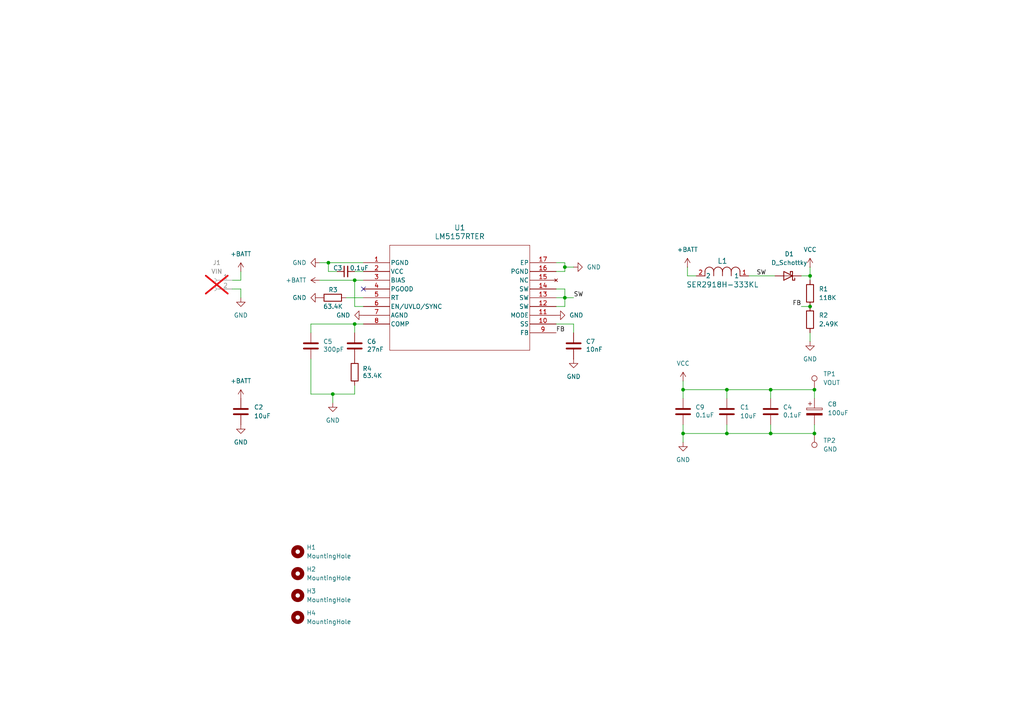
<source format=kicad_sch>
(kicad_sch (version 20231120) (generator "eeschema") (generator_version "8.0")
  (paper "A4")
  (lib_symbols
    (symbol "Connector:Conn_01x02_Socket" (pin_names (offset 1.016) hide)
      (property "Reference" "J" (at 0 2.54 0))
      (property "Value" "Conn_01x02_Socket" (at 0 -5.08 0))
      (symbol "Conn_01x02_Socket_1_1"
        (arc (start 0 -2.032) (mid -0.5058 -2.54) (end 0 -3.048) (stroke (width 0.1524)))
        (polyline (pts (xy -1.27 -2.54) (xy -0.508 -2.54)) (stroke (width 0.1524)))
        (polyline (pts (xy -1.27 0) (xy -0.508 0)) (stroke (width 0.1524)))
        (arc (start 0 0.508) (mid -0.5058 0) (end 0 -0.508) (stroke (width 0.1524)))
        (pin passive line (at -5.08 0 0) (length 3.81) (name "Pin_1") (number "1"))
        (pin passive line (at -5.08 -2.54 0) (length 3.81) (name "Pin_2") (number "2"))
      )
    )
    (symbol "Connector:TestPoint" (pin_numbers hide) (pin_names (offset 0.762) hide)
      (property "Reference" "TP" (at 0 6.858 0))
      (property "Value" "TestPoint" (at 0 5.08 0))
      (symbol "TestPoint_0_1"
        (circle (center 0 3.302) (radius 0.762))
      )
      (symbol "TestPoint_1_1"
        (pin passive line (at 0 0 90) (length 2.54) (name "1") (number "1"))
      )
    )
    (symbol "Device:C" (pin_numbers hide) (pin_names (offset 0.254))
      (property "Reference" "C" (at 0.635 2.54 0))
      (property "Value" "C" (at 0.635 -2.54 0))
      (symbol "C_0_1"
        (polyline (pts (xy -2.032 -0.762) (xy 2.032 -0.762)) (stroke (width 0.508)))
        (polyline (pts (xy -2.032 0.762) (xy 2.032 0.762)) (stroke (width 0.508)))
      )
      (symbol "C_1_1"
        (pin passive line (at 0 3.81 270) (length 2.794) (name "~") (number "1"))
        (pin passive line (at 0 -3.81 90) (length 2.794) (name "~") (number "2"))
      )
    )
    (symbol "Device:C_Polarized" (pin_numbers hide) (pin_names (offset 0.254))
      (property "Reference" "C" (at 0.635 2.54 0))
      (property "Value" "C_Polarized" (at 0.635 -2.54 0))
      (symbol "C_Polarized_0_1"
        (rectangle (start -2.286 0.508) (end 2.286 1.016))
        (polyline (pts (xy -1.778 2.286) (xy -0.762 2.286)))
        (polyline (pts (xy -1.27 2.794) (xy -1.27 1.778)))
        (rectangle (start 2.286 -0.508) (end -2.286 -1.016) (fill (type outline)))
      )
      (symbol "C_Polarized_1_1"
        (pin passive line (at 0 3.81 270) (length 2.794) (name "~") (number "1"))
        (pin passive line (at 0 -3.81 90) (length 2.794) (name "~") (number "2"))
      )
    )
    (symbol "Device:C_Small" (pin_numbers hide) (pin_names (offset 0.254) hide)
      (property "Reference" "C" (at 0.254 1.778 0))
      (property "Value" "C_Small" (at 0.254 -2.032 0))
      (symbol "C_Small_0_1"
        (polyline (pts (xy -1.524 -0.508) (xy 1.524 -0.508)) (stroke (width 0.3302)))
        (polyline (pts (xy -1.524 0.508) (xy 1.524 0.508)) (stroke (width 0.3048)))
      )
      (symbol "C_Small_1_1"
        (pin passive line (at 0 2.54 270) (length 2.032) (name "~") (number "1"))
        (pin passive line (at 0 -2.54 90) (length 2.032) (name "~") (number "2"))
      )
    )
    (symbol "Device:D_Schottky" (pin_numbers hide) (pin_names (offset 1.016) hide)
      (property "Reference" "D" (at 0 2.54 0))
      (property "Value" "D_Schottky" (at 0 -2.54 0))
      (symbol "D_Schottky_0_1"
        (polyline (pts (xy 1.27 0) (xy -1.27 0)))
        (polyline (pts (xy 1.27 1.27) (xy 1.27 -1.27) (xy -1.27 0) (xy 1.27 1.27)) (stroke (width 0.254)))
        (polyline (pts (xy -1.905 0.635) (xy -1.905 1.27) (xy -1.27 1.27) (xy -1.27 -1.27) (xy -0.635 -1.27) (xy -0.635 -0.635)) (stroke (width 0.254)))
      )
      (symbol "D_Schottky_1_1"
        (pin passive line (at -3.81 0 0) (length 2.54) (name "K") (number "1"))
        (pin passive line (at 3.81 0 180) (length 2.54) (name "A") (number "2"))
      )
    )
    (symbol "Device:R" (pin_numbers hide) (pin_names (offset 0))
      (property "Reference" "R" (at 2.032 0 90))
      (property "Value" "R" (at 0 0 90))
      (symbol "R_0_1"
        (rectangle (start -1.016 -2.54) (end 1.016 2.54) (stroke (width 0.254)))
      )
      (symbol "R_1_1"
        (pin passive line (at 0 3.81 270) (length 1.27) (name "~") (number "1"))
        (pin passive line (at 0 -3.81 90) (length 1.27) (name "~") (number "2"))
      )
    )
    (symbol "Mechanical:MountingHole" (pin_names (offset 1.016)) (exclude_from_sim yes) (in_bom no)
      (property "Reference" "H" (at 0 5.08 0))
      (property "Value" "MountingHole" (at 0 3.175 0))
      (symbol "MountingHole_0_1"
        (circle (center 0 0) (radius 1.27) (stroke (width 1.27)))
      )
    )
    (symbol "coilcraft-ser2918h:SER2918H-333KL" (pin_names (offset 0.254))
      (property "Reference" "L" (at 6.985 5.08 0))
      (property "Value" "SER2918H-333KL" (at 6.985 -2.54 0))
      (symbol "SER2918H-333KL_1_1"
        (polyline (pts (xy 2.54 0) (xy 2.54 1.27)) (stroke (width 0.2032)))
        (polyline (pts (xy 5.08 0) (xy 5.08 1.27)) (stroke (width 0.2032)))
        (polyline (pts (xy 7.62 0) (xy 7.62 1.27)) (stroke (width 0.2032)))
        (polyline (pts (xy 10.16 0) (xy 10.16 1.27)) (stroke (width 0.2032)))
        (polyline (pts (xy 12.7 0) (xy 12.7 1.27)) (stroke (width 0.2032)))
        (arc (start 5.08 1.27) (mid 3.81 2.5344) (end 2.54 1.27) (stroke (width 0.2032)))
        (arc (start 7.62 1.27) (mid 6.35 2.5344) (end 5.08 1.27) (stroke (width 0.2032)))
        (arc (start 10.16 1.27) (mid 8.89 2.5344) (end 7.62 1.27) (stroke (width 0.2032)))
        (arc (start 12.7 1.27) (mid 11.43 2.5344) (end 10.16 1.27) (stroke (width 0.2032)))
        (pin unspecified line (at 15.24 0 180) (length 2.54) (name "1") (number "1"))
        (pin unspecified line (at 0 0 0) (length 2.54) (name "2") (number "2"))
      )
      (symbol "SER2918H-333KL_1_2"
        (arc (start -1.27 5.08) (mid -2.5344 3.81) (end -1.27 2.54) (stroke (width 0.2032)))
        (arc (start -1.27 7.62) (mid -2.5344 6.35) (end -1.27 5.08) (stroke (width 0.2032)))
        (arc (start -1.27 10.16) (mid -2.5344 8.89) (end -1.27 7.62) (stroke (width 0.2032)))
        (arc (start -1.27 12.7) (mid -2.5344 11.43) (end -1.27 10.16) (stroke (width 0.2032)))
        (polyline (pts (xy 0 2.54) (xy -1.27 2.54)) (stroke (width 0.2032)))
        (polyline (pts (xy 0 5.08) (xy -1.27 5.08)) (stroke (width 0.2032)))
        (polyline (pts (xy 0 7.62) (xy -1.27 7.62)) (stroke (width 0.2032)))
        (polyline (pts (xy 0 10.16) (xy -1.27 10.16)) (stroke (width 0.2032)))
        (polyline (pts (xy 0 12.7) (xy -1.27 12.7)) (stroke (width 0.2032)))
        (pin unspecified line (at 0 15.24 270) (length 2.54) (name "1") (number "1"))
        (pin unspecified line (at 0 0 90) (length 2.54) (name "2") (number "2"))
      )
    )
    (symbol "lm5157:LM5157RTER" (pin_names (offset 0.254))
      (property "Reference" "U" (at 27.94 10.16 0))
      (property "Value" "LM5157RTER" (at 27.94 7.62 0))
      (symbol "LM5157RTER_0_1"
        (polyline (pts (xy 7.62 -25.4) (xy 48.26 -25.4)) (stroke (width 0.127)))
        (polyline (pts (xy 7.62 5.08) (xy 7.62 -25.4)) (stroke (width 0.127)))
        (polyline (pts (xy 48.26 -25.4) (xy 48.26 5.08)) (stroke (width 0.127)))
        (polyline (pts (xy 48.26 5.08) (xy 7.62 5.08)) (stroke (width 0.127)))
        (pin power_out line (at 0 0 0) (length 7.62) (name "PGND") (number "1"))
        (pin unspecified line (at 55.88 -17.78 180) (length 7.62) (name "SS") (number "10"))
        (pin unspecified line (at 55.88 -15.24 180) (length 7.62) (name "MODE") (number "11"))
        (pin unspecified line (at 55.88 -12.7 180) (length 7.62) (name "SW") (number "12"))
        (pin unspecified line (at 55.88 -10.16 180) (length 7.62) (name "SW") (number "13"))
        (pin unspecified line (at 55.88 -7.62 180) (length 7.62) (name "SW") (number "14"))
        (pin no_connect line (at 55.88 -5.08 180) (length 7.62) (name "NC") (number "15"))
        (pin power_out line (at 55.88 -2.54 180) (length 7.62) (name "PGND") (number "16"))
        (pin unspecified line (at 55.88 0 180) (length 7.62) (name "EP") (number "17"))
        (pin power_in line (at 0 -2.54 0) (length 7.62) (name "VCC") (number "2"))
        (pin unspecified line (at 0 -5.08 0) (length 7.62) (name "BIAS") (number "3"))
        (pin power_in line (at 0 -7.62 0) (length 7.62) (name "PGOOD") (number "4"))
        (pin unspecified line (at 0 -10.16 0) (length 7.62) (name "RT") (number "5"))
        (pin unspecified line (at 0 -12.7 0) (length 7.62) (name "EN/UVLO/SYNC") (number "6"))
        (pin power_out line (at 0 -15.24 0) (length 7.62) (name "AGND") (number "7"))
        (pin unspecified line (at 0 -17.78 0) (length 7.62) (name "COMP") (number "8"))
        (pin unspecified line (at 55.88 -20.32 180) (length 7.62) (name "FB") (number "9"))
      )
    )
    (symbol "power:+BATT" (power) (pin_numbers hide) (pin_names (offset 0) hide)
      (property "Value" "+BATT" (at 0 3.556 0))
      (symbol "+BATT_0_1"
        (polyline (pts (xy -0.762 1.27) (xy 0 2.54)))
        (polyline (pts (xy 0 0) (xy 0 2.54)))
        (polyline (pts (xy 0 2.54) (xy 0.762 1.27)))
      )
      (symbol "+BATT_1_1"
        (pin power_in line (at 0 0 90) (length 0) (name "~") (number "1"))
      )
    )
    (symbol "power:GND" (power) (pin_numbers hide) (pin_names (offset 0) hide)
      (property "Value" "GND" (at 0 -3.81 0))
      (symbol "GND_0_1"
        (polyline (pts (xy 0 0) (xy 0 -1.27) (xy 1.27 -1.27) (xy 0 -2.54) (xy -1.27 -1.27) (xy 0 -1.27)))
      )
      (symbol "GND_1_1"
        (pin power_in line (at 0 0 270) (length 0) (name "~") (number "1"))
      )
    )
    (symbol "power:VCC" (power) (pin_numbers hide) (pin_names (offset 0) hide)
      (property "Value" "VCC" (at 0 3.556 0))
      (symbol "VCC_0_1"
        (polyline (pts (xy -0.762 1.27) (xy 0 2.54)))
        (polyline (pts (xy 0 0) (xy 0 2.54)))
        (polyline (pts (xy 0 2.54) (xy 0.762 1.27)))
      )
      (symbol "VCC_1_1"
        (pin power_in line (at 0 0 90) (length 0) (name "~") (number "1"))
      )
    )
  )
  (junction (at 210.82 125.73))
  (junction (at 102.87 93.98))
  (junction (at 198.12 113.03))
  (junction (at 102.87 81.28))
  (junction (at 198.12 125.73))
  (junction (at 223.52 125.73))
  (junction (at 163.83 86.36))
  (junction (at 96.52 114.3))
  (junction (at 236.22 125.73))
  (junction (at 234.95 80.01))
  (junction (at 223.52 113.03))
  (junction (at 163.83 77.47))
  (junction (at 95.25 76.2))
  (junction (at 234.95 88.9))
  (junction (at 236.22 113.03))
  (junction (at 210.82 113.03))
  (no_connect (at 105.41 83.82))
  (wire (pts (xy 105.41 93.98) (xy 102.87 93.98)))
  (wire (pts (xy 223.52 125.73) (xy 210.82 125.73)))
  (wire (pts (xy 163.83 76.2) (xy 163.83 77.47)))
  (wire (pts (xy 102.87 114.3) (xy 96.52 114.3)))
  (wire (pts (xy 163.83 88.9) (xy 163.83 86.36)))
  (wire (pts (xy 67.31 83.82) (xy 69.85 83.82)))
  (wire (pts (xy 161.29 88.9) (xy 163.83 88.9)))
  (wire (pts (xy 198.12 110.49) (xy 198.12 113.03)))
  (wire (pts (xy 161.29 93.98) (xy 166.37 93.98)))
  (wire (pts (xy 102.87 78.74) (xy 105.41 78.74)))
  (wire (pts (xy 92.71 81.28) (xy 102.87 81.28)))
  (wire (pts (xy 102.87 81.28) (xy 105.41 81.28)))
  (wire (pts (xy 198.12 123.19) (xy 198.12 125.73)))
  (wire (pts (xy 198.12 125.73) (xy 198.12 128.27)))
  (wire (pts (xy 102.87 88.9) (xy 102.87 81.28)))
  (wire (pts (xy 198.12 113.03) (xy 210.82 113.03)))
  (wire (pts (xy 198.12 125.73) (xy 210.82 125.73)))
  (wire (pts (xy 95.25 76.2) (xy 95.25 78.74)))
  (wire (pts (xy 163.83 86.36) (xy 163.83 83.82)))
  (wire (pts (xy 210.82 113.03) (xy 223.52 113.03)))
  (wire (pts (xy 102.87 111.76) (xy 102.87 114.3)))
  (wire (pts (xy 234.95 80.01) (xy 234.95 81.28)))
  (wire (pts (xy 198.12 113.03) (xy 198.12 115.57)))
  (wire (pts (xy 223.52 115.57) (xy 223.52 113.03)))
  (wire (pts (xy 232.41 88.9) (xy 234.95 88.9)))
  (wire (pts (xy 236.22 123.19) (xy 236.22 125.73)))
  (wire (pts (xy 69.85 83.82) (xy 69.85 86.36)))
  (wire (pts (xy 199.39 80.01) (xy 201.93 80.01)))
  (wire (pts (xy 199.39 77.47) (xy 199.39 80.01)))
  (wire (pts (xy 102.87 93.98) (xy 90.17 93.98)))
  (wire (pts (xy 161.29 76.2) (xy 163.83 76.2)))
  (wire (pts (xy 90.17 114.3) (xy 96.52 114.3)))
  (wire (pts (xy 161.29 78.74) (xy 163.83 78.74)))
  (wire (pts (xy 166.37 86.36) (xy 163.83 86.36)))
  (wire (pts (xy 234.95 77.47) (xy 234.95 80.01)))
  (wire (pts (xy 217.17 80.01) (xy 224.79 80.01)))
  (wire (pts (xy 166.37 77.47) (xy 163.83 77.47)))
  (wire (pts (xy 234.95 96.52) (xy 234.95 99.06)))
  (wire (pts (xy 210.82 115.57) (xy 210.82 113.03)))
  (wire (pts (xy 223.52 113.03) (xy 236.22 113.03)))
  (wire (pts (xy 163.83 78.74) (xy 163.83 77.47)))
  (wire (pts (xy 210.82 123.19) (xy 210.82 125.73)))
  (wire (pts (xy 90.17 104.14) (xy 90.17 114.3)))
  (wire (pts (xy 223.52 123.19) (xy 223.52 125.73)))
  (wire (pts (xy 236.22 113.03) (xy 236.22 115.57)))
  (wire (pts (xy 105.41 88.9) (xy 102.87 88.9)))
  (wire (pts (xy 96.52 116.84) (xy 96.52 114.3)))
  (wire (pts (xy 67.31 81.28) (xy 69.85 81.28)))
  (wire (pts (xy 69.85 81.28) (xy 69.85 78.74)))
  (wire (pts (xy 161.29 86.36) (xy 163.83 86.36)))
  (wire (pts (xy 95.25 76.2) (xy 105.41 76.2)))
  (wire (pts (xy 90.17 93.98) (xy 90.17 96.52)))
  (wire (pts (xy 100.33 86.36) (xy 105.41 86.36)))
  (wire (pts (xy 163.83 83.82) (xy 161.29 83.82)))
  (wire (pts (xy 95.25 78.74) (xy 97.79 78.74)))
  (wire (pts (xy 223.52 125.73) (xy 236.22 125.73)))
  (wire (pts (xy 92.71 76.2) (xy 95.25 76.2)))
  (wire (pts (xy 166.37 93.98) (xy 166.37 96.52)))
  (wire (pts (xy 102.87 93.98) (xy 102.87 96.52)))
  (wire (pts (xy 232.41 80.01) (xy 234.95 80.01)))
  (label "FB" (at 161.29 96.52 0))
  (label "SW" (at 222.25 80.01 180))
  (label "FB" (at 232.41 88.9 180))
  (label "SW" (at 166.37 86.36 0))
  (symbol (lib_id "power:GND") (at 92.71 76.2 270) (unit 1)
    (property "Reference" "#PWR07" (effects (hide yes)))
    (property "Value" "GND" (at 88.9 76.1999 90) (effects (justify right)))
    (property "Description" "Power symbol creates a global label with name \"GND\" , ground" (effects (hide yes)))
  )
  (symbol (lib_id "Device:C") (at 223.52 119.38 0) (unit 1)
    (property "Reference" "C4" (at 227.076 118.11 0) (effects (justify left)))
    (property "Value" "0.1uF" (at 227.076 120.396 0) (effects (justify left)))
    (property "Footprint" "Capacitor_SMD:C_0603_1608Metric" (effects (hide yes)))
    (property "Description" "Unpolarized capacitor" (effects (hide yes)))
    (property "Part" "C597287" (effects (hide yes)))
  )
  (symbol (lib_id "power:GND") (at 105.41 91.44 270) (unit 1)
    (property "Reference" "#PWR02" (effects (hide yes)))
    (property "Value" "GND" (at 101.6 91.4399 90) (effects (justify right)))
    (property "Description" "Power symbol creates a global label with name \"GND\" , ground" (effects (hide yes)))
  )
  (symbol (lib_id "Device:R") (at 234.95 85.09 0) (unit 1)
    (property "Reference" "R1" (at 237.49 83.8199 0) (effects (justify left)))
    (property "Value" "118K" (at 237.49 86.3599 0) (effects (justify left)))
    (property "Footprint" "Resistor_SMD:R_0603_1608Metric" (effects (hide yes)))
    (property "Description" "Resistor" (effects (hide yes)))
    (property "Part" "C234251" (effects (hide yes)))
  )
  (symbol (lib_id "power:GND") (at 92.71 86.36 270) (unit 1)
    (property "Reference" "#PWR012" (effects (hide yes)))
    (property "Value" "GND" (at 88.9 86.3599 90) (effects (justify right)))
    (property "Description" "Power symbol creates a global label with name \"GND\" , ground" (effects (hide yes)))
  )
  (symbol (lib_id "Device:C") (at 69.85 119.38 0) (unit 1)
    (property "Reference" "C2" (at 73.66 118.1099 0) (effects (justify left)))
    (property "Value" "10uF" (at 73.66 120.6499 0) (effects (justify left)))
    (property "Footprint" "Capacitor_SMD:C_2220_5750Metric" (effects (hide yes)))
    (property "Description" "Unpolarized capacitor" (effects (hide yes)))
    (property "Part" "C342280" (effects (hide yes)))
  )
  (symbol (lib_id "Connector:TestPoint") (at 236.22 113.03 0) (unit 1)
    (property "Reference" "TP1" (at 238.76 108.4579 0) (effects (justify left)))
    (property "Value" "VOUT" (at 238.76 110.9979 0) (effects (justify left)))
    (property "Footprint" "TestPoint:TestPoint_Loop_D2.50mm_Drill1.0mm_LowProfile" (effects (hide yes)))
    (property "Description" "test point" (effects (hide yes)))
  )
  (symbol (lib_id "power:+BATT") (at 69.85 78.74 0) (unit 1)
    (property "Reference" "#PWR05" (effects (hide yes)))
    (property "Value" "+BATT" (at 69.85 73.66 0))
    (property "Description" "Power symbol creates a global label with name \"+BATT\"" (effects (hide yes)))
  )
  (symbol (lib_id "Device:C") (at 210.82 119.38 0) (unit 1)
    (property "Reference" "C1" (at 214.63 118.1099 0) (effects (justify left)))
    (property "Value" "10uF" (at 214.63 120.6499 0) (effects (justify left)))
    (property "Footprint" "Capacitor_SMD:C_2220_5750Metric" (effects (hide yes)))
    (property "Description" "Unpolarized capacitor" (effects (hide yes)))
    (property "Part" "C342280" (effects (hide yes)))
  )
  (symbol (lib_id "power:VCC") (at 198.12 110.49 0) (unit 1)
    (property "Reference" "#PWR016" (effects (hide yes)))
    (property "Value" "VCC" (at 198.12 105.41 0))
    (property "Description" "Power symbol creates a global label with name \"VCC\"" (effects (hide yes)))
  )
  (symbol (lib_id "power:GND") (at 69.85 86.36 0) (unit 1)
    (property "Reference" "#PWR04" (effects (hide yes)))
    (property "Value" "GND" (at 69.85 91.44 0))
    (property "Description" "Power symbol creates a global label with name \"GND\" , ground" (effects (hide yes)))
  )
  (symbol (lib_id "Device:C") (at 166.37 100.33 0) (unit 1)
    (property "Reference" "C7" (at 169.926 99.06 0) (effects (justify left)))
    (property "Value" "10nF" (at 169.926 101.346 0) (effects (justify left)))
    (property "Footprint" "Capacitor_SMD:C_0603_1608Metric" (effects (hide yes)))
    (property "Description" "Unpolarized capacitor" (effects (hide yes)))
    (property "Part" "C307347" (effects (hide yes)))
  )
  (symbol (lib_id "coilcraft-ser2918h:SER2918H-333KL") (at 201.93 80.01 0) (unit 1)
    (property "Reference" "L1" (at 209.55 75.692 0) (effects (font (size 1.524 1.524))))
    (property "Value" "SER2918H-333KL" (at 209.55 82.55 0) (effects (font (size 1.524 1.524))))
    (property "Footprint" "coilcraft-ser2918h:IND_SER2918H_COC" (effects (hide yes)))
    (property "Datasheet" "SER2918H-333KL" (effects (hide yes)))
    (property "Part" "C3911813" (effects (hide yes)))
  )
  (symbol (lib_id "Device:C") (at 198.12 119.38 0) (unit 1)
    (property "Reference" "C9" (at 201.676 118.11 0) (effects (justify left)))
    (property "Value" "0.1uF" (at 201.676 120.396 0) (effects (justify left)))
    (property "Footprint" "Capacitor_SMD:C_0603_1608Metric" (effects (hide yes)))
    (property "Description" "Unpolarized capacitor" (effects (hide yes)))
    (property "Part" "C597287" (effects (hide yes)))
  )
  (symbol (lib_id "power:GND") (at 234.95 99.06 0) (unit 1)
    (property "Reference" "#PWR08" (effects (hide yes)))
    (property "Value" "GND" (at 234.95 104.14 0))
    (property "Description" "Power symbol creates a global label with name \"GND\" , ground" (effects (hide yes)))
  )
  (symbol (lib_id "power:+BATT") (at 199.39 77.47 0) (unit 1)
    (property "Reference" "#PWR09" (effects (hide yes)))
    (property "Value" "+BATT" (at 199.39 72.39 0))
    (property "Description" "Power symbol creates a global label with name \"+BATT\"" (effects (hide yes)))
  )
  (symbol (lib_id "Mechanical:MountingHole") (at 86.36 166.37 0) (unit 1) (exclude_from_sim yes) (in_bom no)
    (property "Reference" "H2" (at 88.9 165.0999 0) (effects (justify left)))
    (property "Value" "MountingHole" (at 88.9 167.6399 0) (effects (justify left)))
    (property "Footprint" "MountingHole:MountingHole_2.5mm" (effects (hide yes)))
    (property "Description" "Mounting Hole without connection" (effects (hide yes)))
  )
  (symbol (lib_id "Device:R") (at 96.52 86.36 90) (unit 1)
    (property "Reference" "R3" (at 95.25 84.074 90) (effects (justify right)))
    (property "Value" "63.4K" (at 93.726 88.9 90) (effects (justify right)))
    (property "Footprint" "Resistor_SMD:R_0603_1608Metric" (effects (hide yes)))
    (property "Description" "Resistor" (effects (hide yes)))
    (property "Part" "C218107" (effects (hide yes)))
  )
  (symbol (lib_id "power:GND") (at 166.37 104.14 0) (unit 1)
    (property "Reference" "#PWR014" (effects (hide yes)))
    (property "Value" "GND" (at 166.37 109.22 0))
    (property "Description" "Power symbol creates a global label with name \"GND\" , ground" (effects (hide yes)))
  )
  (symbol (lib_id "Device:C_Small") (at 100.33 78.74 90) (unit 1)
    (property "Reference" "C3" (at 99.314 77.724 90) (effects (justify left)))
    (property "Value" "0.1uF" (at 106.934 77.724 90) (effects (justify left)))
    (property "Footprint" "Capacitor_SMD:C_0603_1608Metric" (effects (hide yes)))
    (property "Description" "Unpolarized capacitor, small symbol" (effects (hide yes)))
    (property "Part" "C597287" (effects (hide yes)))
  )
  (symbol (lib_id "Mechanical:MountingHole") (at 86.36 160.02 0) (unit 1) (exclude_from_sim yes) (in_bom no)
    (property "Reference" "H1" (at 88.9 158.7499 0) (effects (justify left)))
    (property "Value" "MountingHole" (at 88.9 161.2899 0) (effects (justify left)))
    (property "Footprint" "MountingHole:MountingHole_2.5mm" (effects (hide yes)))
    (property "Description" "Mounting Hole without connection" (effects (hide yes)))
  )
  (symbol (lib_id "Mechanical:MountingHole") (at 86.36 179.07 0) (unit 1) (exclude_from_sim yes) (in_bom no)
    (property "Reference" "H4" (at 88.9 177.7999 0) (effects (justify left)))
    (property "Value" "MountingHole" (at 88.9 180.3399 0) (effects (justify left)))
    (property "Footprint" "MountingHole:MountingHole_2.5mm" (effects (hide yes)))
    (property "Description" "Mounting Hole without connection" (effects (hide yes)))
  )
  (symbol (lib_id "lm5157:LM5157RTER") (at 105.41 76.2 0) (unit 1)
    (property "Reference" "U1" (at 133.35 66.04 0) (effects (font (size 1.524 1.524))))
    (property "Value" "LM5157RTER" (at 133.35 68.58 0) (effects (font (size 1.524 1.524))))
    (property "Footprint" "lm5157:QFN_57RTER_TEX" (effects (hide yes)))
    (property "Datasheet" "LM5157RTER" (effects (hide yes)))
    (property "Part" "C3188436" (effects (hide yes)))
  )
  (symbol (lib_id "Connector:Conn_01x02_Socket") (at 62.23 81.28 0) (mirror y) (unit 1) (dnp yes)
    (property "Reference" "J1" (at 62.865 76.2 0))
    (property "Value" "VIN" (at 62.865 78.74 0))
    (property "Footprint" "Connector_Wire:SolderWire-1.5sqmm_1x02_P7.8mm_D1.7mm_OD3.9mm" (effects (hide yes)))
    (property "Description" "Generic connector, single row, 01x02, script generated" (effects (hide yes)))
  )
  (symbol (lib_id "power:GND") (at 166.37 77.47 90) (unit 1)
    (property "Reference" "#PWR01" (effects (hide yes)))
    (property "Value" "GND" (at 170.18 77.4699 90) (effects (justify right)))
    (property "Description" "Power symbol creates a global label with name \"GND\" , ground" (effects (hide yes)))
  )
  (symbol (lib_id "Mechanical:MountingHole") (at 86.36 172.72 0) (unit 1) (exclude_from_sim yes) (in_bom no)
    (property "Reference" "H3" (at 88.9 171.4499 0) (effects (justify left)))
    (property "Value" "MountingHole" (at 88.9 173.9899 0) (effects (justify left)))
    (property "Footprint" "MountingHole:MountingHole_2.5mm" (effects (hide yes)))
    (property "Description" "Mounting Hole without connection" (effects (hide yes)))
  )
  (symbol (lib_id "power:VCC") (at 234.95 77.47 0) (unit 1)
    (property "Reference" "#PWR015" (effects (hide yes)))
    (property "Value" "VCC" (at 234.95 72.39 0))
    (property "Description" "Power symbol creates a global label with name \"VCC\"" (effects (hide yes)))
  )
  (symbol (lib_id "Connector:TestPoint") (at 236.22 125.73 180) (unit 1)
    (property "Reference" "TP2" (at 238.76 127.7619 0) (effects (justify right)))
    (property "Value" "GND" (at 238.76 130.3019 0) (effects (justify right)))
    (property "Footprint" "TestPoint:TestPoint_Loop_D2.50mm_Drill1.0mm_LowProfile" (effects (hide yes)))
    (property "Description" "test point" (effects (hide yes)))
  )
  (symbol (lib_id "power:+BATT") (at 92.71 81.28 90) (unit 1)
    (property "Reference" "#PWR06" (effects (hide yes)))
    (property "Value" "+BATT" (at 88.9 81.2799 90) (effects (justify left)))
    (property "Description" "Power symbol creates a global label with name \"+BATT\"" (effects (hide yes)))
  )
  (symbol (lib_id "power:+BATT") (at 69.85 115.57 0) (unit 1)
    (property "Reference" "#PWR010" (effects (hide yes)))
    (property "Value" "+BATT" (at 69.85 110.49 0))
    (property "Description" "Power symbol creates a global label with name \"+BATT\"" (effects (hide yes)))
  )
  (symbol (lib_id "power:GND") (at 69.85 123.19 0) (unit 1)
    (property "Reference" "#PWR011" (effects (hide yes)))
    (property "Value" "GND" (at 69.85 128.27 0))
    (property "Description" "Power symbol creates a global label with name \"GND\" , ground" (effects (hide yes)))
  )
  (symbol (lib_id "Device:C") (at 102.87 100.33 0) (unit 1)
    (property "Reference" "C6" (at 106.426 99.06 0) (effects (justify left)))
    (property "Value" "27nF" (at 106.426 101.346 0) (effects (justify left)))
    (property "Footprint" "Capacitor_SMD:C_0603_1608Metric" (effects (hide yes)))
    (property "Description" "Unpolarized capacitor" (effects (hide yes)))
    (property "Part" "C107086" (effects (hide yes)))
  )
  (symbol (lib_id "power:GND") (at 96.52 116.84 0) (unit 1)
    (property "Reference" "#PWR013" (effects (hide yes)))
    (property "Value" "GND" (at 96.52 121.92 0))
    (property "Description" "Power symbol creates a global label with name \"GND\" , ground" (effects (hide yes)))
  )
  (symbol (lib_id "Device:D_Schottky") (at 228.6 80.01 180) (unit 1)
    (property "Reference" "D1" (at 228.9175 73.66 0))
    (property "Value" "D_Schottky" (at 228.9175 76.2 0))
    (property "Footprint" "Diode_SMD:D_SMC" (effects (hide yes)))
    (property "Description" "Schottky diode" (effects (hide yes)))
    (property "Part" "C134447" (effects (hide yes)))
  )
  (symbol (lib_id "power:GND") (at 198.12 128.27 0) (unit 1)
    (property "Reference" "#PWR017" (effects (hide yes)))
    (property "Value" "GND" (at 198.12 133.35 0))
    (property "Description" "Power symbol creates a global label with name \"GND\" , ground" (effects (hide yes)))
  )
  (symbol (lib_id "power:GND") (at 161.29 91.44 90) (unit 1)
    (property "Reference" "#PWR03" (effects (hide yes)))
    (property "Value" "GND" (at 165.1 91.4399 90) (effects (justify right)))
    (property "Description" "Power symbol creates a global label with name \"GND\" , ground" (effects (hide yes)))
  )
  (symbol (lib_id "Device:R") (at 234.95 92.71 0) (unit 1)
    (property "Reference" "R2" (at 237.49 91.4399 0) (effects (justify left)))
    (property "Value" "2.49K" (at 237.49 93.9799 0) (effects (justify left)))
    (property "Footprint" "Resistor_SMD:R_0603_1608Metric" (effects (hide yes)))
    (property "Description" "Resistor" (effects (hide yes)))
    (property "Part" "C491121" (effects (hide yes)))
  )
  (symbol (lib_id "Device:C") (at 90.17 100.33 0) (unit 1)
    (property "Reference" "C5" (at 93.726 99.06 0) (effects (justify left)))
    (property "Value" "300pF" (at 93.726 101.346 0) (effects (justify left)))
    (property "Footprint" "Capacitor_SMD:C_0603_1608Metric" (effects (hide yes)))
    (property "Description" "Unpolarized capacitor" (effects (hide yes)))
    (property "Part" "C159791" (effects (hide yes)))
  )
  (symbol (lib_id "Device:R") (at 102.87 107.95 180) (unit 1)
    (property "Reference" "R4" (at 105.156 106.934 0) (effects (justify right)))
    (property "Value" "63.4K" (at 105.156 108.966 0) (effects (justify right)))
    (property "Footprint" "Resistor_SMD:R_0603_1608Metric" (effects (hide yes)))
    (property "Description" "Resistor" (effects (hide yes)))
    (property "Part" "C218107" (effects (hide yes)))
  )
  (symbol (lib_id "Device:C_Polarized") (at 236.22 119.38 0) (unit 1)
    (property "Reference" "C8" (at 240.03 117.2209 0) (effects (justify left)))
    (property "Value" "100uF" (at 240.03 119.7609 0) (effects (justify left)))
    (property "Footprint" "Capacitor_SMD:CP_Elec_16x17.5" (effects (hide yes)))
    (property "Description" "Polarized capacitor" (effects (hide yes)))
    (property "Part" "C445445" (effects (hide yes)))
  )
)
</source>
